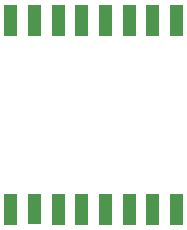
<source format=gtp>
G04 Layer: TopPasteMaskLayer*
G04 EasyEDA v6.1.30, Mon, 22 Apr 2019 04:26:04 GMT*
G04 3299eb1e32c44027902f169d4311eafc,c4e59543e3c44a9793b0b0a188f79ba1,10*
G04 Gerber Generator version 0.2*
G04 Scale: 100 percent, Rotated: No, Reflected: No *
G04 Dimensions in millimeters *
G04 leading zeros omitted , absolute positions ,3 integer and 3 decimal *
%FSLAX33Y33*%
%MOMM*%
G90*
G71D02*


%LPD*%
G36*
G01X9031Y8734D02*
G01X9031Y11333D01*
G01X10131Y11333D01*
G01X10131Y8734D01*
G01X9031Y8734D01*
G37*
G36*
G01X11033Y8736D02*
G01X11033Y11336D01*
G01X12133Y11336D01*
G01X12133Y8736D01*
G01X11033Y8736D01*
G37*
G36*
G01X13032Y8734D02*
G01X13032Y11333D01*
G01X14131Y11333D01*
G01X14131Y8734D01*
G01X13032Y8734D01*
G37*
G36*
G01X15032Y8734D02*
G01X15032Y11333D01*
G01X16131Y11333D01*
G01X16131Y8734D01*
G01X15032Y8734D01*
G37*
G36*
G01X17032Y8734D02*
G01X17032Y11333D01*
G01X18131Y11333D01*
G01X18131Y8734D01*
G01X17032Y8734D01*
G37*
G36*
G01X19032Y8734D02*
G01X19032Y11333D01*
G01X20131Y11333D01*
G01X20131Y8734D01*
G01X19032Y8734D01*
G37*
G36*
G01X21032Y8734D02*
G01X21032Y11333D01*
G01X22131Y11333D01*
G01X22131Y8734D01*
G01X21032Y8734D01*
G37*
G36*
G01X23032Y8734D02*
G01X23032Y11333D01*
G01X24131Y11333D01*
G01X24131Y8734D01*
G01X23032Y8734D01*
G37*
G36*
G01X23032Y24734D02*
G01X23032Y27333D01*
G01X24131Y27333D01*
G01X24131Y24734D01*
G01X23032Y24734D01*
G37*
G36*
G01X21032Y24734D02*
G01X21032Y27333D01*
G01X22131Y27333D01*
G01X22131Y24734D01*
G01X21032Y24734D01*
G37*
G36*
G01X19032Y24734D02*
G01X19032Y27333D01*
G01X20131Y27333D01*
G01X20131Y24734D01*
G01X19032Y24734D01*
G37*
G36*
G01X17032Y24734D02*
G01X17032Y27333D01*
G01X18131Y27333D01*
G01X18131Y24734D01*
G01X17032Y24734D01*
G37*
G36*
G01X15032Y24734D02*
G01X15032Y27333D01*
G01X16131Y27333D01*
G01X16131Y24734D01*
G01X15032Y24734D01*
G37*
G36*
G01X13032Y24734D02*
G01X13032Y27333D01*
G01X14131Y27333D01*
G01X14131Y24734D01*
G01X13032Y24734D01*
G37*
G36*
G01X11032Y24734D02*
G01X11032Y27333D01*
G01X12131Y27333D01*
G01X12131Y24734D01*
G01X11032Y24734D01*
G37*
G36*
G01X9032Y24734D02*
G01X9032Y27333D01*
G01X10131Y27333D01*
G01X10131Y24734D01*
G01X9032Y24734D01*
G37*
M00*
M02*

</source>
